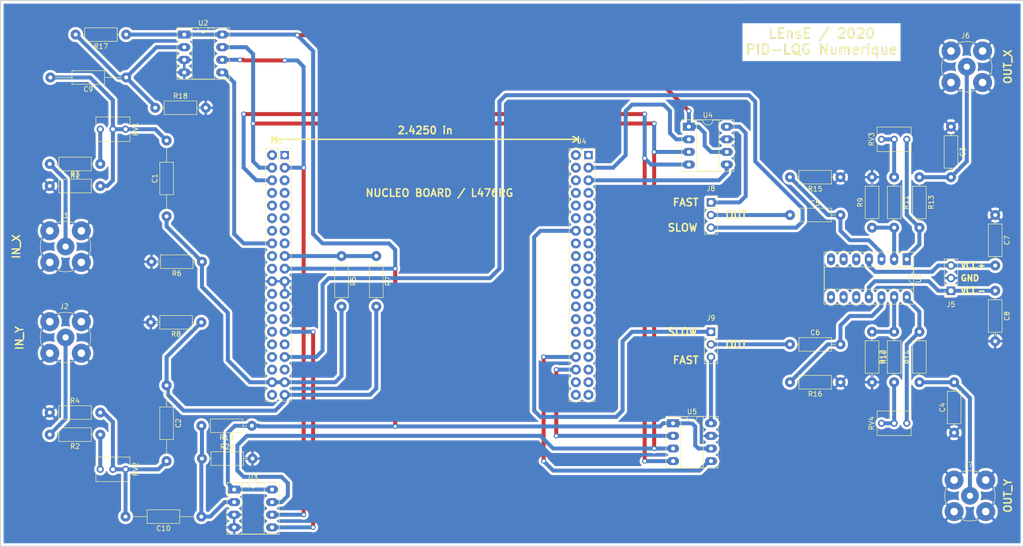
<source format=kicad_pcb>
(kicad_pcb (version 20171130) (host pcbnew "(5.1.6)-1")
  (layers (0 F.Cu signal) (31 B.Cu signal) (34 B.Paste user) (35 F.Paste user) (36 B.SilkS user) (37 F.SilkS user) (38 B.Mask user) (39 F.Mask user) (44 Edge.Cuts user))
  (net 0 "")
  (net 1 V_IN_X)
  (net 2 V_IN_Y)
  (net 3 "Net-(C3-Pad2)")
  (net 4 GND)
  (net 5 "Net-(C4-Pad2)")
  (net 6 "Net-(C5-Pad1)")
  (net 7 "Net-(C5-Pad2)")
  (net 8 "Net-(C6-Pad1)")
  (net 9 "Net-(C6-Pad2)")
  (net 10 VCC+)
  (net 11 VCC-)
  (net 12 "Net-(J1-Pad1)")
  (net 13 "Net-(J2-Pad1)")
  (net 14 "Net-(J3-Pad1)")
  (net 15 "Net-(J3-Pad2)")
  (net 16 SCK)
  (net 17 MISO)
  (net 18 MOSI)
  (net 19 "Net-(J3-Pad7)")
  (net 20 "Net-(J3-Pad8)")
  (net 21 "Net-(J3-Pad9)")
  (net 22 "Net-(J3-Pad10)")
  (net 23 "Net-(J3-Pad11)")
  (net 24 "Net-(J3-Pad12)")
  (net 25 "Net-(J3-Pad13)")
  (net 26 "Net-(J3-Pad14)")
  (net 27 CS_ADC1)
  (net 28 CS_ADC2)
  (net 29 3.3V)
  (net 30 5V)
  (net 31 "Net-(J3-Pad25)")
  (net 32 "Net-(J3-Pad26)")
  (net 33 "Net-(J3-Pad27)")
  (net 34 "Net-(J3-Pad28)")
  (net 35 "Net-(J3-Pad30)")
  (net 36 "Net-(J3-Pad31)")
  (net 37 "Net-(J3-Pad32)")
  (net 38 V_OUT_X)
  (net 39 "Net-(J3-Pad35)")
  (net 40 "Net-(J3-Pad36)")
  (net 41 "Net-(J4-Pad40)")
  (net 42 "Net-(J4-Pad39)")
  (net 43 "Net-(J4-Pad38)")
  (net 44 "Net-(J4-Pad37)")
  (net 45 "Net-(J4-Pad35)")
  (net 46 "Net-(J4-Pad33)")
  (net 47 "Net-(J4-Pad32)")
  (net 48 "Net-(J4-Pad31)")
  (net 49 "Net-(J4-Pad30)")
  (net 50 "Net-(J4-Pad29)")
  (net 51 "Net-(J4-Pad28)")
  (net 52 "Net-(J4-Pad27)")
  (net 53 "Net-(J4-Pad26)")
  (net 54 "Net-(J4-Pad25)")
  (net 55 "Net-(J4-Pad24)")
  (net 56 "Net-(J4-Pad23)")
  (net 57 "Net-(J4-Pad22)")
  (net 58 "Net-(J4-Pad21)")
  (net 59 "Net-(J4-Pad20)")
  (net 60 "Net-(J4-Pad19)")
  (net 61 "Net-(J4-Pad18)")
  (net 62 "Net-(J4-Pad17)")
  (net 63 "Net-(J4-Pad16)")
  (net 64 "Net-(J4-Pad15)")
  (net 65 V_OUT_Y)
  (net 66 "Net-(J4-Pad12)")
  (net 67 "Net-(J4-Pad11)")
  (net 68 "Net-(J4-Pad10)")
  (net 69 "Net-(J4-Pad9)")
  (net 70 "Net-(J4-Pad8)")
  (net 71 "Net-(J4-Pad7)")
  (net 72 LDAC1)
  (net 73 CS_DAC2)
  (net 74 CS_DAC1)
  (net 75 LDAC2)
  (net 76 "Net-(J4-Pad2)")
  (net 77 "Net-(J4-Pad1)")
  (net 78 V_OUT_X_DAC)
  (net 79 V_OUT_Y_DAC)
  (net 80 "Net-(R1-Pad1)")
  (net 81 "Net-(R2-Pad1)")
  (net 82 "Net-(R11-Pad2)")
  (net 83 "Net-(R10-Pad1)")
  (net 84 "Net-(R11-Pad1)")
  (net 85 "Net-(R12-Pad1)")
  (net 86 "Net-(R13-Pad2)")
  (net 87 "Net-(R14-Pad2)")
  (net 88 V_IN_X_5)
  (net 89 "Net-(C9-Pad1)")
  (net 90 "Net-(C10-Pad1)")
  (net 91 V_IN_Y_5)
  (net 92 "Net-(J3-Pad5)")
  (net 93 "Net-(J3-Pad15)")
  (net 94 "Net-(J3-Pad20)")
  (net 95 "Net-(J3-Pad24)")
  (net 96 "Net-(J3-Pad34)")
  (net 97 "Net-(J3-Pad40)")
  (net 98 "Net-(J4-Pad13)")
  (net 99 "Net-(J4-Pad6)")
  (net 100 "Net-(J4-Pad4)")
  (net 101 "Net-(J3-Pad18)")
  (module Resistor_THT:R_Axial_DIN0207_L6.3mm_D2.5mm_P10.16mm_Horizontal (layer F.Cu) (at 247.65 90.17 270)
    (fp_text reference C3 (at 5.08 -2.37 270) (layer F.SilkS))
    (fp_text value Cf)
    (pad 2 thru_hole oval (at 10.16 0 270) (size 2 2) (drill 0.8) (layers *.Cu *.Mask) (net 3 "Net-(C3-Pad2)"))
    (pad 1 thru_hole circle (at 0 0 270) (size 2 2) (drill 0.8) (layers *.Cu *.Mask) (net 4 GND))
  )
  (module Resistor_THT:R_Axial_DIN0207_L6.3mm_D2.5mm_P10.16mm_Horizontal (layer F.Cu) (at 248.285 151.765 90)
    (fp_text reference C4 (at 5.08 -2.37 90) (layer F.SilkS))
    (fp_text value Cf)
    (pad 1 thru_hole circle (at 0 0 90) (size 2 2) (drill 0.8) (layers *.Cu *.Mask) (net 4 GND))
    (pad 2 thru_hole oval (at 10.16 0 90) (size 2 2) (drill 0.8) (layers *.Cu *.Mask) (net 5 "Net-(C4-Pad2)"))
  )
  (module Resistor_THT:R_Axial_DIN0207_L6.3mm_D2.5mm_P10.16mm_Horizontal (layer F.Cu) (at 215.265 107.95)
    (fp_text reference C5 (at 5.08 -2.37) (layer F.SilkS))
    (fp_text value CfHP)
    (pad 1 thru_hole circle (at 0 0) (size 2 2) (drill 0.8) (layers *.Cu *.Mask) (net 6 "Net-(C5-Pad1)"))
    (pad 2 thru_hole oval (at 10.16 0) (size 2 2) (drill 0.8) (layers *.Cu *.Mask) (net 7 "Net-(C5-Pad2)"))
  )
  (module Resistor_THT:R_Axial_DIN0207_L6.3mm_D2.5mm_P10.16mm_Horizontal (layer F.Cu) (at 215.265 133.985)
    (fp_text reference C6 (at 5.08 -2.37) (layer F.SilkS))
    (fp_text value CfHP)
    (pad 1 thru_hole circle (at 0 0) (size 2 2) (drill 0.8) (layers *.Cu *.Mask) (net 8 "Net-(C6-Pad1)"))
    (pad 2 thru_hole oval (at 10.16 0) (size 2 2) (drill 0.8) (layers *.Cu *.Mask) (net 9 "Net-(C6-Pad2)"))
  )
  (module Resistor_THT:R_Axial_DIN0207_L6.3mm_D2.5mm_P10.16mm_Horizontal (layer F.Cu) (at 256.54 107.95 270)
    (fp_text reference C7 (at 5.08 -2.37 270) (layer F.SilkS))
    (fp_text value 100n)
    (pad 2 thru_hole oval (at 10.16 0 270) (size 2 2) (drill 0.8) (layers *.Cu *.Mask) (net 10 VCC+))
    (pad 1 thru_hole circle (at 0 0 270) (size 2 2) (drill 0.8) (layers *.Cu *.Mask) (net 4 GND))
  )
  (module Resistor_THT:R_Axial_DIN0207_L6.3mm_D2.5mm_P10.16mm_Horizontal (layer F.Cu) (at 256.54 123.19 270)
    (fp_text reference C8 (at 5.08 -2.37 270) (layer F.SilkS))
    (fp_text value 100n)
    (pad 1 thru_hole circle (at 0 0 270) (size 2 2) (drill 0.8) (layers *.Cu *.Mask) (net 11 VCC-))
    (pad 2 thru_hole oval (at 10.16 0 270) (size 2 2) (drill 0.8) (layers *.Cu *.Mask) (net 4 GND))
  )
  (module Connector_Coaxial:BNC_TEConnectivity_1478204_Vertical (layer F.Cu) (at 69.596 114.3)
    (fp_text reference J1 (at -0.25 -6.25) (layer F.SilkS))
    (fp_text value IN_X)
    (pad 2 thru_hole circle (at -3.175 -3.175) (size 3.81 3.81) (drill 1.524) (layers *.Cu *.Mask) (net 4 GND))
    (pad 1 thru_hole circle (at 0 0) (size 3.556 3.556) (drill 1.27) (layers *.Cu *.Mask) (net 12 "Net-(J1-Pad1)"))
    (pad 2 thru_hole circle (at 3.175 -3.175) (size 3.81 3.81) (drill 1.524) (layers *.Cu *.Mask) (net 4 GND))
    (pad 2 thru_hole circle (at -3.175 3.175) (size 3.81 3.81) (drill 1.524) (layers *.Cu *.Mask) (net 4 GND))
    (pad 2 thru_hole circle (at 3.175 3.175) (size 3.81 3.81) (drill 1.524) (layers *.Cu *.Mask) (net 4 GND))
  )
  (module Connector_Coaxial:BNC_TEConnectivity_1478204_Vertical (layer F.Cu) (at 69.596 132.588)
    (fp_text reference J2 (at -0.25 -6.25) (layer F.SilkS))
    (fp_text value IN_Y)
    (pad 2 thru_hole circle (at 3.175 3.175) (size 3.81 3.81) (drill 1.524) (layers *.Cu *.Mask) (net 4 GND))
    (pad 2 thru_hole circle (at -3.175 3.175) (size 3.81 3.81) (drill 1.524) (layers *.Cu *.Mask) (net 4 GND))
    (pad 2 thru_hole circle (at 3.175 -3.175) (size 3.81 3.81) (drill 1.524) (layers *.Cu *.Mask) (net 4 GND))
    (pad 1 thru_hole circle (at 0 0) (size 3.556 3.556) (drill 1.27) (layers *.Cu *.Mask) (net 13 "Net-(J2-Pad1)"))
    (pad 2 thru_hole circle (at -3.175 -3.175) (size 3.81 3.81) (drill 1.524) (layers *.Cu *.Mask) (net 4 GND))
  )
  (module Connector_PinSocket_2.54mm:PinSocket_2x20_P2.54mm_Vertical (layer F.Cu) (at 113.665 95.885)
    (fp_text reference J3 (at -1.27 -2.77) (layer F.SilkS))
    (fp_text value MORPHO_GAUCHE)
    (pad 1 thru_hole rect (at 0 0) (size 1.7 1.7) (drill 1) (layers *.Cu *.Mask) (net 14 "Net-(J3-Pad1)"))
    (pad 2 thru_hole oval (at -2.54 0) (size 2 2) (drill 1) (layers *.Cu *.Mask) (net 15 "Net-(J3-Pad2)"))
    (pad 3 thru_hole oval (at 0 2.54) (size 2 2) (drill 1) (layers *.Cu *.Mask) (net 17 MISO))
    (pad 4 thru_hole oval (at -2.54 2.54) (size 2 2) (drill 1) (layers *.Cu *.Mask) (net 16 SCK))
    (pad 5 thru_hole oval (at 0 5.08) (size 2 2) (drill 1) (layers *.Cu *.Mask) (net 92 "Net-(J3-Pad5)"))
    (pad 6 thru_hole oval (at -2.54 5.08) (size 2 2) (drill 1) (layers *.Cu *.Mask) (net 18 MOSI))
    (pad 7 thru_hole oval (at 0 7.62) (size 2 2) (drill 1) (layers *.Cu *.Mask) (net 19 "Net-(J3-Pad7)"))
    (pad 8 thru_hole oval (at -2.54 7.62) (size 2 2) (drill 1) (layers *.Cu *.Mask) (net 20 "Net-(J3-Pad8)"))
    (pad 9 thru_hole oval (at 0 10.16) (size 2 2) (drill 1) (layers *.Cu *.Mask) (net 21 "Net-(J3-Pad9)"))
    (pad 10 thru_hole oval (at -2.54 10.16) (size 2 2) (drill 1) (layers *.Cu *.Mask) (net 22 "Net-(J3-Pad10)"))
    (pad 11 thru_hole oval (at 0 12.7) (size 2 2) (drill 1) (layers *.Cu *.Mask) (net 23 "Net-(J3-Pad11)"))
    (pad 12 thru_hole oval (at -2.54 12.7) (size 2 2) (drill 1) (layers *.Cu *.Mask) (net 24 "Net-(J3-Pad12)"))
    (pad 13 thru_hole oval (at 0 15.24) (size 2 2) (drill 1) (layers *.Cu *.Mask) (net 25 "Net-(J3-Pad13)"))
    (pad 14 thru_hole oval (at -2.54 15.24) (size 2 2) (drill 1) (layers *.Cu *.Mask) (net 26 "Net-(J3-Pad14)"))
    (pad 15 thru_hole oval (at 0 17.78) (size 2 2) (drill 1) (layers *.Cu *.Mask) (net 93 "Net-(J3-Pad15)"))
    (pad 16 thru_hole oval (at -2.54 17.78) (size 2 2) (drill 1) (layers *.Cu *.Mask) (net 27 CS_ADC1))
    (pad 17 thru_hole oval (at 0 20.32) (size 2 2) (drill 1) (layers *.Cu *.Mask) (net 29 3.3V))
    (pad 18 thru_hole oval (at -2.54 20.32) (size 2 2) (drill 1) (layers *.Cu *.Mask) (net 101 "Net-(J3-Pad18)"))
    (pad 19 thru_hole oval (at 0 22.86) (size 2 2) (drill 1) (layers *.Cu *.Mask) (net 30 5V))
    (pad 20 thru_hole oval (at -2.54 22.86) (size 2 2) (drill 1) (layers *.Cu *.Mask) (net 94 "Net-(J3-Pad20)"))
    (pad 21 thru_hole oval (at 0 25.4) (size 2 2) (drill 1) (layers *.Cu *.Mask) (net 4 GND))
    (pad 22 thru_hole oval (at -2.54 25.4) (size 2 2) (drill 1) (layers *.Cu *.Mask) (net 4 GND))
    (pad 23 thru_hole oval (at 0 27.94) (size 2 2) (drill 1) (layers *.Cu *.Mask) (net 4 GND))
    (pad 24 thru_hole oval (at -2.54 27.94) (size 2 2) (drill 1) (layers *.Cu *.Mask) (net 95 "Net-(J3-Pad24)"))
    (pad 25 thru_hole oval (at 0 30.48) (size 2 2) (drill 1) (layers *.Cu *.Mask) (net 31 "Net-(J3-Pad25)"))
    (pad 26 thru_hole oval (at -2.54 30.48) (size 2 2) (drill 1) (layers *.Cu *.Mask) (net 32 "Net-(J3-Pad26)"))
    (pad 27 thru_hole oval (at 0 33.02) (size 2 2) (drill 1) (layers *.Cu *.Mask) (net 33 "Net-(J3-Pad27)"))
    (pad 28 thru_hole oval (at -2.54 33.02) (size 2 2) (drill 1) (layers *.Cu *.Mask) (net 34 "Net-(J3-Pad28)"))
    (pad 29 thru_hole oval (at 0 35.56) (size 2 2) (drill 1) (layers *.Cu *.Mask) (net 28 CS_ADC2))
    (pad 30 thru_hole oval (at -2.54 35.56) (size 2 2) (drill 1) (layers *.Cu *.Mask) (net 35 "Net-(J3-Pad30)"))
    (pad 31 thru_hole oval (at 0 38.1) (size 2 2) (drill 1) (layers *.Cu *.Mask) (net 36 "Net-(J3-Pad31)"))
    (pad 32 thru_hole oval (at -2.54 38.1) (size 2 2) (drill 1) (layers *.Cu *.Mask) (net 37 "Net-(J3-Pad32)"))
    (pad 33 thru_hole oval (at 0 40.64) (size 2 2) (drill 1) (layers *.Cu *.Mask) (net 38 V_OUT_X))
    (pad 34 thru_hole oval (at -2.54 40.64) (size 2 2) (drill 1) (layers *.Cu *.Mask) (net 96 "Net-(J3-Pad34)"))
    (pad 35 thru_hole oval (at 0 43.18) (size 2 2) (drill 1) (layers *.Cu *.Mask) (net 39 "Net-(J3-Pad35)"))
    (pad 36 thru_hole oval (at -2.54 43.18) (size 2 2) (drill 1) (layers *.Cu *.Mask) (net 40 "Net-(J3-Pad36)"))
    (pad 37 thru_hole oval (at 0 45.72) (size 2 2) (drill 1) (layers *.Cu *.Mask) (net 1 V_IN_X))
    (pad 38 thru_hole oval (at -2.54 45.72) (size 2 2) (drill 1) (layers *.Cu *.Mask) (net 1 V_IN_X))
    (pad 39 thru_hole oval (at 0 48.26) (size 2 2) (drill 1) (layers *.Cu *.Mask) (net 2 V_IN_Y))
    (pad 40 thru_hole oval (at -2.54 48.26) (size 2 2) (drill 1) (layers *.Cu *.Mask) (net 97 "Net-(J3-Pad40)"))
  )
  (module Connector_PinSocket_2.54mm:PinSocket_2x20_P2.54mm_Vertical (layer F.Cu) (at 174.752 95.885)
    (fp_text reference J4 (at -1.27 -2.77) (layer F.SilkS))
    (fp_text value MORPHO_DROITE)
    (pad 40 thru_hole oval (at -2.54 48.26) (size 2 2) (drill 1) (layers *.Cu *.Mask) (net 41 "Net-(J4-Pad40)"))
    (pad 39 thru_hole oval (at 0 48.26) (size 2 2) (drill 1) (layers *.Cu *.Mask) (net 42 "Net-(J4-Pad39)"))
    (pad 38 thru_hole oval (at -2.54 45.72) (size 2 2) (drill 1) (layers *.Cu *.Mask) (net 43 "Net-(J4-Pad38)"))
    (pad 37 thru_hole oval (at 0 45.72) (size 2 2) (drill 1) (layers *.Cu *.Mask) (net 44 "Net-(J4-Pad37)"))
    (pad 36 thru_hole oval (at -2.54 43.18) (size 2 2) (drill 1) (layers *.Cu *.Mask) (net 73 CS_DAC2))
    (pad 35 thru_hole oval (at 0 43.18) (size 2 2) (drill 1) (layers *.Cu *.Mask) (net 45 "Net-(J4-Pad35)"))
    (pad 34 thru_hole oval (at -2.54 40.64) (size 2 2) (drill 1) (layers *.Cu *.Mask) (net 75 LDAC2))
    (pad 33 thru_hole oval (at 0 40.64) (size 2 2) (drill 1) (layers *.Cu *.Mask) (net 46 "Net-(J4-Pad33)"))
    (pad 32 thru_hole oval (at -2.54 38.1) (size 2 2) (drill 1) (layers *.Cu *.Mask) (net 47 "Net-(J4-Pad32)"))
    (pad 31 thru_hole oval (at 0 38.1) (size 2 2) (drill 1) (layers *.Cu *.Mask) (net 48 "Net-(J4-Pad31)"))
    (pad 30 thru_hole oval (at -2.54 35.56) (size 2 2) (drill 1) (layers *.Cu *.Mask) (net 49 "Net-(J4-Pad30)"))
    (pad 29 thru_hole oval (at 0 35.56) (size 2 2) (drill 1) (layers *.Cu *.Mask) (net 50 "Net-(J4-Pad29)"))
    (pad 28 thru_hole oval (at -2.54 33.02) (size 2 2) (drill 1) (layers *.Cu *.Mask) (net 51 "Net-(J4-Pad28)"))
    (pad 27 thru_hole oval (at 0 33.02) (size 2 2) (drill 1) (layers *.Cu *.Mask) (net 52 "Net-(J4-Pad27)"))
    (pad 26 thru_hole oval (at -2.54 30.48) (size 2 2) (drill 1) (layers *.Cu *.Mask) (net 53 "Net-(J4-Pad26)"))
    (pad 25 thru_hole oval (at 0 30.48) (size 2 2) (drill 1) (layers *.Cu *.Mask) (net 54 "Net-(J4-Pad25)"))
    (pad 24 thru_hole oval (at -2.54 27.94) (size 2 2) (drill 1) (layers *.Cu *.Mask) (net 55 "Net-(J4-Pad24)"))
    (pad 23 thru_hole oval (at 0 27.94) (size 2 2) (drill 1) (layers *.Cu *.Mask) (net 56 "Net-(J4-Pad23)"))
    (pad 22 thru_hole oval (at -2.54 25.4) (size 2 2) (drill 1) (layers *.Cu *.Mask) (net 57 "Net-(J4-Pad22)"))
    (pad 21 thru_hole oval (at 0 25.4) (size 2 2) (drill 1) (layers *.Cu *.Mask) (net 58 "Net-(J4-Pad21)"))
    (pad 20 thru_hole oval (at -2.54 22.86) (size 2 2) (drill 1) (layers *.Cu *.Mask) (net 59 "Net-(J4-Pad20)"))
    (pad 19 thru_hole oval (at 0 22.86) (size 2 2) (drill 1) (layers *.Cu *.Mask) (net 60 "Net-(J4-Pad19)"))
    (pad 18 thru_hole oval (at -2.54 20.32) (size 2 2) (drill 1) (layers *.Cu *.Mask) (net 61 "Net-(J4-Pad18)"))
    (pad 17 thru_hole oval (at 0 20.32) (size 2 2) (drill 1) (layers *.Cu *.Mask) (net 62 "Net-(J4-Pad17)"))
    (pad 16 thru_hole oval (at -2.54 17.78) (size 2 2) (drill 1) (layers *.Cu *.Mask) (net 63 "Net-(J4-Pad16)"))
    (pad 15 thru_hole oval (at 0 17.78) (size 2 2) (drill 1) (layers *.Cu *.Mask) (net 64 "Net-(J4-Pad15)"))
    (pad 14 thru_hole oval (at -2.54 15.24) (size 2 2) (drill 1) (layers *.Cu *.Mask) (net 65 V_OUT_Y))
    (pad 13 thru_hole oval (at 0 15.24) (size 2 2) (drill 1) (layers *.Cu *.Mask) (net 98 "Net-(J4-Pad13)"))
    (pad 12 thru_hole oval (at -2.54 12.7) (size 2 2) (drill 1) (layers *.Cu *.Mask) (net 66 "Net-(J4-Pad12)"))
    (pad 11 thru_hole oval (at 0 12.7) (size 2 2) (drill 1) (layers *.Cu *.Mask) (net 67 "Net-(J4-Pad11)"))
    (pad 10 thru_hole oval (at -2.54 10.16) (size 2 2) (drill 1) (layers *.Cu *.Mask) (net 68 "Net-(J4-Pad10)"))
    (pad 9 thru_hole oval (at 0 10.16) (size 2 2) (drill 1) (layers *.Cu *.Mask) (net 69 "Net-(J4-Pad9)"))
    (pad 8 thru_hole oval (at -2.54 7.62) (size 2 2) (drill 1) (layers *.Cu *.Mask) (net 70 "Net-(J4-Pad8)"))
    (pad 7 thru_hole oval (at 0 7.62) (size 2 2) (drill 1) (layers *.Cu *.Mask) (net 71 "Net-(J4-Pad7)"))
    (pad 6 thru_hole oval (at -2.54 5.08) (size 2 2) (drill 1) (layers *.Cu *.Mask) (net 99 "Net-(J4-Pad6)"))
    (pad 5 thru_hole oval (at 0 5.08) (size 2 2) (drill 1) (layers *.Cu *.Mask) (net 72 LDAC1))
    (pad 4 thru_hole oval (at -2.54 2.54) (size 2 2) (drill 1) (layers *.Cu *.Mask) (net 100 "Net-(J4-Pad4)"))
    (pad 3 thru_hole oval (at 0 2.54) (size 2 2) (drill 1) (layers *.Cu *.Mask) (net 74 CS_DAC1))
    (pad 2 thru_hole oval (at -2.54 0) (size 2 2) (drill 1) (layers *.Cu *.Mask) (net 76 "Net-(J4-Pad2)"))
    (pad 1 thru_hole rect (at 0 0) (size 1.7 1.7) (drill 1) (layers *.Cu *.Mask) (net 77 "Net-(J4-Pad1)"))
  )
  (module Connector_PinSocket_2.54mm:PinSocket_1x03_P2.54mm_Vertical (layer F.Cu) (at 247.65 123.19 180)
    (fp_text reference J5 (at 0 -2.77 180) (layer F.SilkS))
    (fp_text value ALIM)
    (pad 1 thru_hole rect (at 0 0 180) (size 1.7 1.7) (drill 1) (layers *.Cu *.Mask) (net 11 VCC-))
    (pad 2 thru_hole oval (at 0 2.54 180) (size 1.7 1.7) (drill 1) (layers *.Cu *.Mask) (net 4 GND))
    (pad 3 thru_hole oval (at 0 5.08 180) (size 1.7 1.7) (drill 1) (layers *.Cu *.Mask) (net 10 VCC+))
  )
  (module Connector_Coaxial:BNC_TEConnectivity_1478204_Vertical (layer F.Cu) (at 250.825 78.105)
    (fp_text reference J6 (at -0.25 -6.25) (layer F.SilkS))
    (fp_text value OUT_X)
    (pad 2 thru_hole circle (at -3.175 -3.175) (size 3.81 3.81) (drill 1.524) (layers *.Cu *.Mask) (net 4 GND))
    (pad 1 thru_hole circle (at 0 0) (size 3.556 3.556) (drill 1.27) (layers *.Cu *.Mask) (net 3 "Net-(C3-Pad2)"))
    (pad 2 thru_hole circle (at 3.175 -3.175) (size 3.81 3.81) (drill 1.524) (layers *.Cu *.Mask) (net 4 GND))
    (pad 2 thru_hole circle (at -3.175 3.175) (size 3.81 3.81) (drill 1.524) (layers *.Cu *.Mask) (net 4 GND))
    (pad 2 thru_hole circle (at 3.175 3.175) (size 3.81 3.81) (drill 1.524) (layers *.Cu *.Mask) (net 4 GND))
  )
  (module Connector_Coaxial:BNC_TEConnectivity_1478204_Vertical (layer F.Cu) (at 251.46 164.465)
    (fp_text reference J7 (at -0.25 -6.25) (layer F.SilkS))
    (fp_text value OUT_Y)
    (pad 2 thru_hole circle (at 3.175 3.175) (size 3.81 3.81) (drill 1.524) (layers *.Cu *.Mask) (net 4 GND))
    (pad 2 thru_hole circle (at -3.175 3.175) (size 3.81 3.81) (drill 1.524) (layers *.Cu *.Mask) (net 4 GND))
    (pad 2 thru_hole circle (at 3.175 -3.175) (size 3.81 3.81) (drill 1.524) (layers *.Cu *.Mask) (net 4 GND))
    (pad 1 thru_hole circle (at 0 0) (size 3.556 3.556) (drill 1.27) (layers *.Cu *.Mask) (net 5 "Net-(C4-Pad2)"))
    (pad 2 thru_hole circle (at -3.175 -3.175) (size 3.81 3.81) (drill 1.524) (layers *.Cu *.Mask) (net 4 GND))
  )
  (module Connector_PinSocket_2.54mm:PinSocket_1x03_P2.54mm_Vertical (layer F.Cu) (at 199.39 105.41)
    (fp_text reference J8 (at 0 -2.77) (layer F.SilkS))
    (fp_text value Conn_01x03)
    (pad 3 thru_hole oval (at 0 5.08) (size 1.7 1.7) (drill 1) (layers *.Cu *.Mask) (net 38 V_OUT_X))
    (pad 2 thru_hole oval (at 0 2.54) (size 1.7 1.7) (drill 1) (layers *.Cu *.Mask) (net 6 "Net-(C5-Pad1)"))
    (pad 1 thru_hole rect (at 0 0) (size 1.7 1.7) (drill 1) (layers *.Cu *.Mask) (net 78 V_OUT_X_DAC))
  )
  (module Connector_PinSocket_2.54mm:PinSocket_1x03_P2.54mm_Vertical (layer F.Cu) (at 199.39 131.445)
    (fp_text reference J9 (at 0 -2.77) (layer F.SilkS))
    (fp_text value Conn_01x03)
    (pad 1 thru_hole rect (at 0 0) (size 1.7 1.7) (drill 1) (layers *.Cu *.Mask) (net 65 V_OUT_Y))
    (pad 2 thru_hole oval (at 0 2.54) (size 1.7 1.7) (drill 1) (layers *.Cu *.Mask) (net 8 "Net-(C6-Pad1)"))
    (pad 3 thru_hole oval (at 0 5.08) (size 1.7 1.7) (drill 1) (layers *.Cu *.Mask) (net 79 V_OUT_Y_DAC))
  )
  (module Resistor_THT:R_Axial_DIN0207_L6.3mm_D2.5mm_P10.16mm_Horizontal (layer F.Cu) (at 76.581 97.663 180)
    (fp_text reference R1 (at 5.08 -2.37 180) (layer F.SilkS))
    (fp_text value 18k)
    (pad 1 thru_hole circle (at 0 0 180) (size 2 2) (drill 0.8) (layers *.Cu *.Mask) (net 80 "Net-(R1-Pad1)"))
    (pad 2 thru_hole oval (at 10.16 0 180) (size 2 2) (drill 0.8) (layers *.Cu *.Mask) (net 12 "Net-(J1-Pad1)"))
  )
  (module Resistor_THT:R_Axial_DIN0207_L6.3mm_D2.5mm_P10.16mm_Horizontal (layer F.Cu) (at 76.581 152.146 180)
    (fp_text reference R2 (at 5.08 -2.37 180) (layer F.SilkS))
    (fp_text value 18k)
    (pad 2 thru_hole oval (at 10.16 0 180) (size 2 2) (drill 0.8) (layers *.Cu *.Mask) (net 13 "Net-(J2-Pad1)"))
    (pad 1 thru_hole circle (at 0 0 180) (size 2 2) (drill 0.8) (layers *.Cu *.Mask) (net 81 "Net-(R2-Pad1)"))
  )
  (module Resistor_THT:R_Axial_DIN0207_L6.3mm_D2.5mm_P10.16mm_Horizontal (layer F.Cu) (at 66.421 102.108)
    (fp_text reference R3 (at 5.08 -2.37) (layer F.SilkS))
    (fp_text value 6.8k)
    (pad 1 thru_hole circle (at 0 0) (size 2 2) (drill 0.8) (layers *.Cu *.Mask) (net 4 GND))
    (pad 2 thru_hole oval (at 10.16 0) (size 2 2) (drill 0.8) (layers *.Cu *.Mask) (net 88 V_IN_X_5))
  )
  (module Resistor_THT:R_Axial_DIN0207_L6.3mm_D2.5mm_P10.16mm_Horizontal (layer F.Cu) (at 66.421 147.701)
    (fp_text reference R4 (at 5.08 -2.37) (layer F.SilkS))
    (fp_text value 6.8k)
    (pad 1 thru_hole circle (at 0 0) (size 2 2) (drill 0.8) (layers *.Cu *.Mask) (net 4 GND))
    (pad 2 thru_hole oval (at 10.16 0) (size 2 2) (drill 0.8) (layers *.Cu *.Mask) (net 91 V_IN_Y_5))
  )
  (module Resistor_THT:R_Axial_DIN0207_L6.3mm_D2.5mm_P10.16mm_Horizontal (layer F.Cu) (at 125.095 116.205 270)
    (fp_text reference R5 (at 5.08 -2.37 270) (layer F.SilkS))
    (fp_text value 100k)
    (pad 2 thru_hole oval (at 10.16 0 270) (size 2 2) (drill 0.8) (layers *.Cu *.Mask) (net 1 V_IN_X))
    (pad 1 thru_hole circle (at 0 0 270) (size 2 2) (drill 0.8) (layers *.Cu *.Mask) (net 29 3.3V))
  )
  (module Resistor_THT:R_Axial_DIN0207_L6.3mm_D2.5mm_P10.16mm_Horizontal (layer F.Cu) (at 97.028 117.348 180)
    (fp_text reference R6 (at 5.08 -2.37 180) (layer F.SilkS))
    (fp_text value 100k)
    (pad 2 thru_hole oval (at 10.16 0 180) (size 2 2) (drill 0.8) (layers *.Cu *.Mask) (net 4 GND))
    (pad 1 thru_hole circle (at 0 0 180) (size 2 2) (drill 0.8) (layers *.Cu *.Mask) (net 1 V_IN_X))
  )
  (module Resistor_THT:R_Axial_DIN0207_L6.3mm_D2.5mm_P10.16mm_Horizontal (layer F.Cu) (at 132.08 116.205 270)
    (fp_text reference R7 (at 5.08 -2.37 270) (layer F.SilkS))
    (fp_text value 100k)
    (pad 1 thru_hole circle (at 0 0 270) (size 2 2) (drill 0.8) (layers *.Cu *.Mask) (net 29 3.3V))
    (pad 2 thru_hole oval (at 10.16 0 270) (size 2 2) (drill 0.8) (layers *.Cu *.Mask) (net 2 V_IN_Y))
  )
  (module Resistor_THT:R_Axial_DIN0207_L6.3mm_D2.5mm_P10.16mm_Horizontal (layer F.Cu) (at 96.901 129.54 180)
    (fp_text reference R8 (at 5.08 -2.37 180) (layer F.SilkS))
    (fp_text value 100k)
    (pad 2 thru_hole oval (at 10.16 0 180) (size 2 2) (drill 0.8) (layers *.Cu *.Mask) (net 4 GND))
    (pad 1 thru_hole circle (at 0 0 180) (size 2 2) (drill 0.8) (layers *.Cu *.Mask) (net 2 V_IN_Y))
  )
  (module Resistor_THT:R_Axial_DIN0207_L6.3mm_D2.5mm_P10.16mm_Horizontal (layer F.Cu) (at 231.775 110.49 90)
    (fp_text reference R9 (at 5.08 -2.37 90) (layer F.SilkS))
    (fp_text value 10k)
    (pad 2 thru_hole oval (at 10.16 0 90) (size 2 2) (drill 0.8) (layers *.Cu *.Mask) (net 4 GND))
    (pad 1 thru_hole circle (at 0 0 90) (size 2 2) (drill 0.8) (layers *.Cu *.Mask) (net 82 "Net-(R11-Pad2)"))
  )
  (module Resistor_THT:R_Axial_DIN0207_L6.3mm_D2.5mm_P10.16mm_Horizontal (layer F.Cu) (at 231.775 131.445 270)
    (fp_text reference R10 (at 5.08 -2.37 270) (layer F.SilkS))
    (fp_text value 10k)
    (pad 2 thru_hole oval (at 10.16 0 270) (size 2 2) (drill 0.8) (layers *.Cu *.Mask) (net 4 GND))
    (pad 1 thru_hole circle (at 0 0 270) (size 2 2) (drill 0.8) (layers *.Cu *.Mask) (net 83 "Net-(R10-Pad1)"))
  )
  (module Resistor_THT:R_Axial_DIN0207_L6.3mm_D2.5mm_P10.16mm_Horizontal (layer F.Cu) (at 236.22 100.33 270)
    (fp_text reference R11 (at 5.08 -2.37 270) (layer F.SilkS))
    (fp_text value 47k)
    (pad 1 thru_hole circle (at 0 0 270) (size 2 2) (drill 0.8) (layers *.Cu *.Mask) (net 84 "Net-(R11-Pad1)"))
    (pad 2 thru_hole oval (at 10.16 0 270) (size 2 2) (drill 0.8) (layers *.Cu *.Mask) (net 82 "Net-(R11-Pad2)"))
  )
  (module Resistor_THT:R_Axial_DIN0207_L6.3mm_D2.5mm_P10.16mm_Horizontal (layer F.Cu) (at 236.22 141.605 90)
    (fp_text reference R12 (at 5.08 -2.37 90) (layer F.SilkS))
    (fp_text value 47k)
    (pad 1 thru_hole circle (at 0 0 90) (size 2 2) (drill 0.8) (layers *.Cu *.Mask) (net 85 "Net-(R12-Pad1)"))
    (pad 2 thru_hole oval (at 10.16 0 90) (size 2 2) (drill 0.8) (layers *.Cu *.Mask) (net 83 "Net-(R10-Pad1)"))
  )
  (module Resistor_THT:R_Axial_DIN0207_L6.3mm_D2.5mm_P10.16mm_Horizontal (layer F.Cu) (at 241.3 100.33 270)
    (fp_text reference R13 (at 5.08 -2.37 270) (layer F.SilkS))
    (fp_text value Rf)
    (pad 2 thru_hole oval (at 10.16 0 270) (size 2 2) (drill 0.8) (layers *.Cu *.Mask) (net 86 "Net-(R13-Pad2)"))
    (pad 1 thru_hole circle (at 0 0 270) (size 2 2) (drill 0.8) (layers *.Cu *.Mask) (net 3 "Net-(C3-Pad2)"))
  )
  (module Resistor_THT:R_Axial_DIN0207_L6.3mm_D2.5mm_P10.16mm_Horizontal (layer F.Cu) (at 241.3 141.605 90)
    (fp_text reference R14 (at 5.08 -2.37 90) (layer F.SilkS))
    (fp_text value Rf)
    (pad 1 thru_hole circle (at 0 0 90) (size 2 2) (drill 0.8) (layers *.Cu *.Mask) (net 5 "Net-(C4-Pad2)"))
    (pad 2 thru_hole oval (at 10.16 0 90) (size 2 2) (drill 0.8) (layers *.Cu *.Mask) (net 87 "Net-(R14-Pad2)"))
  )
  (module Resistor_THT:R_Axial_DIN0207_L6.3mm_D2.5mm_P10.16mm_Horizontal (layer F.Cu) (at 225.425 100.33 180)
    (fp_text reference R15 (at 5.08 -2.37 180) (layer F.SilkS))
    (fp_text value RfHP)
    (pad 2 thru_hole oval (at 10.16 0 180) (size 2 2) (drill 0.8) (layers *.Cu *.Mask) (net 7 "Net-(C5-Pad2)"))
    (pad 1 thru_hole circle (at 0 0 180) (size 2 2) (drill 0.8) (layers *.Cu *.Mask) (net 4 GND))
  )
  (module Resistor_THT:R_Axial_DIN0207_L6.3mm_D2.5mm_P10.16mm_Horizontal (layer F.Cu) (at 225.425 141.605 180)
    (fp_text reference R16 (at 5.08 -2.37 180) (layer F.SilkS))
    (fp_text value RfHP)
    (pad 2 thru_hole oval (at 10.16 0 180) (size 2 2) (drill 0.8) (layers *.Cu *.Mask) (net 9 "Net-(C6-Pad2)"))
    (pad 1 thru_hole circle (at 0 0 180) (size 2 2) (drill 0.8) (layers *.Cu *.Mask) (net 4 GND))
  )
  (module Potentiometer_THT:Potentiometer_Vishay_T73XW_Horizontal (layer F.Cu) (at 81.661 90.678 270)
    (fp_text reference RV1 (at 0 -2.01 270) (layer F.SilkS))
    (fp_text value 10k)
    (pad 3 thru_hole circle (at 0 5.08 270) (size 1.44 1.44) (drill 0.8) (layers *.Cu *.Mask) (net 80 "Net-(R1-Pad1)"))
    (pad 2 thru_hole circle (at 0 2.54 270) (size 1.44 1.44) (drill 0.8) (layers *.Cu *.Mask) (net 88 V_IN_X_5))
    (pad 1 thru_hole circle (at 0 0 270) (size 1.44 1.44) (drill 0.8) (layers *.Cu *.Mask) (net 88 V_IN_X_5))
  )
  (module Potentiometer_THT:Potentiometer_Vishay_T73XW_Horizontal (layer F.Cu) (at 81.661 159.131 270)
    (fp_text reference RV2 (at 0 -2.01 270) (layer F.SilkS))
    (fp_text value 10k)
    (pad 1 thru_hole circle (at 0 0 270) (size 1.44 1.44) (drill 0.8) (layers *.Cu *.Mask) (net 91 V_IN_Y_5))
    (pad 2 thru_hole circle (at 0 2.54 270) (size 1.44 1.44) (drill 0.8) (layers *.Cu *.Mask) (net 91 V_IN_Y_5))
    (pad 3 thru_hole circle (at 0 5.08 270) (size 1.44 1.44) (drill 0.8) (layers *.Cu *.Mask) (net 81 "Net-(R2-Pad1)"))
  )
  (module Potentiometer_THT:Potentiometer_Vishay_T73XW_Horizontal (layer F.Cu) (at 233.68 92.71 90)
    (fp_text reference RV3 (at 0 -2.01 90) (layer F.SilkS))
    (fp_text value 10k)
    (pad 1 thru_hole circle (at 0 0 90) (size 1.44 1.44) (drill 0.8) (layers *.Cu *.Mask) (net 84 "Net-(R11-Pad1)"))
    (pad 2 thru_hole circle (at 0 2.54 90) (size 1.44 1.44) (drill 0.8) (layers *.Cu *.Mask) (net 84 "Net-(R11-Pad1)"))
    (pad 3 thru_hole circle (at 0 5.08 90) (size 1.44 1.44) (drill 0.8) (layers *.Cu *.Mask) (net 86 "Net-(R13-Pad2)"))
  )
  (module Potentiometer_THT:Potentiometer_Vishay_T73XW_Horizontal (layer F.Cu) (at 233.68 149.86 90)
    (fp_text reference RV4 (at 0 -2.01 90) (layer F.SilkS))
    (fp_text value 10k)
    (pad 3 thru_hole circle (at 0 5.08 90) (size 1.44 1.44) (drill 0.8) (layers *.Cu *.Mask) (net 87 "Net-(R14-Pad2)"))
    (pad 2 thru_hole circle (at 0 2.54 90) (size 1.44 1.44) (drill 0.8) (layers *.Cu *.Mask) (net 85 "Net-(R12-Pad1)"))
    (pad 1 thru_hole circle (at 0 0 90) (size 1.44 1.44) (drill 0.8) (layers *.Cu *.Mask) (net 85 "Net-(R12-Pad1)"))
  )
  (module Package_DIP:DIP-14_W7.62mm_Socket_LongPads (layer F.Cu) (at 238.76 116.84 270)
    (fp_text reference U1 (at 3.81 -2.33 270) (layer F.SilkS))
    (fp_text value TL084)
    (pad 1 thru_hole rect (at 0 0 270) (size 2.4 1.6) (drill 0.8) (layers *.Cu *.Mask) (net 86 "Net-(R13-Pad2)"))
    (pad 8 thru_hole oval (at 7.62 15.24 270) (size 2.4 1.6) (drill 0.8) (layers *.Cu *.Mask))
    (pad 2 thru_hole oval (at 0 2.54 270) (size 2.4 1.6) (drill 0.8) (layers *.Cu *.Mask) (net 82 "Net-(R11-Pad2)"))
    (pad 9 thru_hole oval (at 7.62 12.7 270) (size 2.4 1.6) (drill 0.8) (layers *.Cu *.Mask))
    (pad 3 thru_hole oval (at 0 5.08 270) (size 2.4 1.6) (drill 0.8) (layers *.Cu *.Mask) (net 7 "Net-(C5-Pad2)"))
    (pad 10 thru_hole oval (at 7.62 10.16 270) (size 2.4 1.6) (drill 0.8) (layers *.Cu *.Mask))
    (pad 4 thru_hole oval (at 0 7.62 270) (size 2.4 1.6) (drill 0.8) (layers *.Cu *.Mask) (net 10 VCC+))
    (pad 11 thru_hole oval (at 7.62 7.62 270) (size 2.4 1.6) (drill 0.8) (layers *.Cu *.Mask) (net 11 VCC-))
    (pad 5 thru_hole oval (at 0 10.16 270) (size 2.4 1.6) (drill 0.8) (layers *.Cu *.Mask))
    (pad 12 thru_hole oval (at 7.62 5.08 270) (size 2.4 1.6) (drill 0.8) (layers *.Cu *.Mask) (net 9 "Net-(C6-Pad2)"))
    (pad 6 thru_hole oval (at 0 12.7 270) (size 2.4 1.6) (drill 0.8) (layers *.Cu *.Mask))
    (pad 13 thru_hole oval (at 7.62 2.54 270) (size 2.4 1.6) (drill 0.8) (layers *.Cu *.Mask) (net 83 "Net-(R10-Pad1)"))
    (pad 7 thru_hole oval (at 0 15.24 270) (size 2.4 1.6) (drill 0.8) (layers *.Cu *.Mask))
    (pad 14 thru_hole oval (at 7.62 0 270) (size 2.4 1.6) (drill 0.8) (layers *.Cu *.Mask) (net 87 "Net-(R14-Pad2)"))
  )
  (module Package_DIP:DIP-8_W7.62mm_Socket_LongPads (layer F.Cu) (at 93.472 71.628)
    (fp_text reference U2 (at 3.81 -2.33) (layer F.SilkS))
    (fp_text value MCP3201)
    (pad 1 thru_hole rect (at 0 0) (size 2.4 1.6) (drill 0.8) (layers *.Cu *.Mask) (net 30 5V))
    (pad 5 thru_hole oval (at 7.62 7.62) (size 2.4 1.6) (drill 0.8) (layers *.Cu *.Mask) (net 27 CS_ADC1))
    (pad 2 thru_hole oval (at 0 2.54) (size 2.4 1.6) (drill 0.8) (layers *.Cu *.Mask) (net 89 "Net-(C9-Pad1)"))
    (pad 6 thru_hole oval (at 7.62 5.08) (size 2.4 1.6) (drill 0.8) (layers *.Cu *.Mask) (net 17 MISO))
    (pad 3 thru_hole oval (at 0 5.08) (size 2.4 1.6) (drill 0.8) (layers *.Cu *.Mask) (net 4 GND))
    (pad 7 thru_hole oval (at 7.62 2.54) (size 2.4 1.6) (drill 0.8) (layers *.Cu *.Mask) (net 16 SCK))
    (pad 4 thru_hole oval (at 0 7.62) (size 2.4 1.6) (drill 0.8) (layers *.Cu *.Mask) (net 4 GND))
    (pad 8 thru_hole oval (at 7.62 0) (size 2.4 1.6) (drill 0.8) (layers *.Cu *.Mask) (net 30 5V))
  )
  (module Package_DIP:DIP-8_W7.62mm_Socket_LongPads (layer F.Cu) (at 103.505 163.195)
    (fp_text reference U3 (at 3.81 -2.33) (layer F.SilkS))
    (fp_text value MCP3201)
    (pad 8 thru_hole oval (at 7.62 0) (size 2.4 1.6) (drill 0.8) (layers *.Cu *.Mask) (net 30 5V))
    (pad 4 thru_hole oval (at 0 7.62) (size 2.4 1.6) (drill 0.8) (layers *.Cu *.Mask) (net 4 GND))
    (pad 7 thru_hole oval (at 7.62 2.54) (size 2.4 1.6) (drill 0.8) (layers *.Cu *.Mask) (net 16 SCK))
    (pad 3 thru_hole oval (at 0 5.08) (size 2.4 1.6) (drill 0.8) (layers *.Cu *.Mask) (net 4 GND))
    (pad 6 thru_hole oval (at 7.62 5.08) (size 2.4 1.6) (drill 0.8) (layers *.Cu *.Mask) (net 17 MISO))
    (pad 2 thru_hole oval (at 0 2.54) (size 2.4 1.6) (drill 0.8) (layers *.Cu *.Mask) (net 90 "Net-(C10-Pad1)"))
    (pad 5 thru_hole oval (at 7.62 7.62) (size 2.4 1.6) (drill 0.8) (layers *.Cu *.Mask) (net 28 CS_ADC2))
    (pad 1 thru_hole rect (at 0 0) (size 2.4 1.6) (drill 0.8) (layers *.Cu *.Mask) (net 30 5V))
  )
  (module Package_DIP:DIP-8_W7.62mm_Socket_LongPads (layer F.Cu) (at 194.945 90.17)
    (fp_text reference U4 (at 3.81 -2.33) (layer F.SilkS))
    (fp_text value MCP4921)
    (pad 8 thru_hole oval (at 7.62 0) (size 2.4 1.6) (drill 0.8) (layers *.Cu *.Mask) (net 78 V_OUT_X_DAC))
    (pad 4 thru_hole oval (at 0 7.62) (size 2.4 1.6) (drill 0.8) (layers *.Cu *.Mask) (net 18 MOSI))
    (pad 7 thru_hole oval (at 7.62 2.54) (size 2.4 1.6) (drill 0.8) (layers *.Cu *.Mask) (net 4 GND))
    (pad 3 thru_hole oval (at 0 5.08) (size 2.4 1.6) (drill 0.8) (layers *.Cu *.Mask) (net 16 SCK))
    (pad 6 thru_hole oval (at 7.62 5.08) (size 2.4 1.6) (drill 0.8) (layers *.Cu *.Mask) (net 30 5V))
    (pad 2 thru_hole oval (at 0 2.54) (size 2.4 1.6) (drill 0.8) (layers *.Cu *.Mask) (net 74 CS_DAC1))
    (pad 5 thru_hole oval (at 7.62 7.62) (size 2.4 1.6) (drill 0.8) (layers *.Cu *.Mask) (net 72 LDAC1))
    (pad 1 thru_hole rect (at 0 0) (size 2.4 1.6) (drill 0.8) (layers *.Cu *.Mask) (net 30 5V))
  )
  (module Package_DIP:DIP-8_W7.62mm_Socket_LongPads (layer F.Cu) (at 191.77 149.86)
    (fp_text reference U5 (at 3.81 -2.33) (layer F.SilkS))
    (fp_text value MCP4921)
    (pad 1 thru_hole rect (at 0 0) (size 2.4 1.6) (drill 0.8) (layers *.Cu *.Mask) (net 30 5V))
    (pad 5 thru_hole oval (at 7.62 7.62) (size 2.4 1.6) (drill 0.8) (layers *.Cu *.Mask) (net 75 LDAC2))
    (pad 2 thru_hole oval (at 0 2.54) (size 2.4 1.6) (drill 0.8) (layers *.Cu *.Mask) (net 73 CS_DAC2))
    (pad 6 thru_hole oval (at 7.62 5.08) (size 2.4 1.6) (drill 0.8) (layers *.Cu *.Mask) (net 30 5V))
    (pad 3 thru_hole oval (at 0 5.08) (size 2.4 1.6) (drill 0.8) (layers *.Cu *.Mask) (net 16 SCK))
    (pad 7 thru_hole oval (at 7.62 2.54) (size 2.4 1.6) (drill 0.8) (layers *.Cu *.Mask) (net 4 GND))
    (pad 4 thru_hole oval (at 0 7.62) (size 2.4 1.6) (drill 0.8) (layers *.Cu *.Mask) (net 18 MOSI))
    (pad 8 thru_hole oval (at 7.62 0) (size 2.4 1.6) (drill 0.8) (layers *.Cu *.Mask) (net 79 V_OUT_Y_DAC))
  )
  (module Resistor_THT:R_Axial_DIN0207_L6.3mm_D2.5mm_P15.24mm_Horizontal (layer F.Cu) (at 81.788 80.264 180)
    (fp_text reference C9 (at 7.62 -2.37 180) (layer F.SilkS))
    (fp_text value 100uF)
    (pad 2 thru_hole oval (at 15.24 0 180) (size 2 2) (drill 0.8) (layers *.Cu *.Mask) (net 88 V_IN_X_5))
    (pad 1 thru_hole circle (at 0 0 180) (size 2 2) (drill 0.8) (layers *.Cu *.Mask) (net 89 "Net-(C9-Pad1)"))
  )
  (module Resistor_THT:R_Axial_DIN0207_L6.3mm_D2.5mm_P15.24mm_Horizontal (layer F.Cu) (at 96.901 168.656 180)
    (fp_text reference C10 (at 7.62 -2.37 180) (layer F.SilkS))
    (fp_text value 100uF)
    (pad 1 thru_hole circle (at 0 0 180) (size 2 2) (drill 0.8) (layers *.Cu *.Mask) (net 90 "Net-(C10-Pad1)"))
    (pad 2 thru_hole oval (at 15.24 0 180) (size 2 2) (drill 0.8) (layers *.Cu *.Mask) (net 91 V_IN_Y_5))
  )
  (module Resistor_THT:R_Axial_DIN0207_L6.3mm_D2.5mm_P10.16mm_Horizontal (layer F.Cu) (at 81.788 71.628 180)
    (fp_text reference R17 (at 5.08 -2.37 180) (layer F.SilkS))
    (fp_text value 100k)
    (pad 1 thru_hole circle (at 0 0 180) (size 2 2) (drill 0.8) (layers *.Cu *.Mask) (net 30 5V))
    (pad 2 thru_hole oval (at 10.16 0 180) (size 2 2) (drill 0.8) (layers *.Cu *.Mask) (net 89 "Net-(C9-Pad1)"))
  )
  (module Resistor_THT:R_Axial_DIN0207_L6.3mm_D2.5mm_P10.16mm_Horizontal (layer F.Cu) (at 87.63 86.36)
    (fp_text reference R18 (at 5.08 -2.37) (layer F.SilkS))
    (fp_text value 100k)
    (pad 2 thru_hole oval (at 10.16 0) (size 2 2) (drill 0.8) (layers *.Cu *.Mask) (net 4 GND))
    (pad 1 thru_hole circle (at 0 0) (size 2 2) (drill 0.8) (layers *.Cu *.Mask) (net 89 "Net-(C9-Pad1)"))
  )
  (module Resistor_THT:R_Axial_DIN0207_L6.3mm_D2.5mm_P10.16mm_Horizontal (layer F.Cu) (at 107.061 150.368 180)
    (fp_text reference R19 (at 5.08 -2.37 180) (layer F.SilkS))
    (fp_text value 100k)
    (pad 1 thru_hole circle (at 0 0 180) (size 2 2) (drill 0.8) (layers *.Cu *.Mask) (net 30 5V))
    (pad 2 thru_hole oval (at 10.16 0 180) (size 2 2) (drill 0.8) (layers *.Cu *.Mask) (net 90 "Net-(C10-Pad1)"))
  )
  (module Resistor_THT:R_Axial_DIN0207_L6.3mm_D2.5mm_P10.16mm_Horizontal (layer F.Cu) (at 97.028 156.972)
    (fp_text reference R20 (at 5.08 -2.37) (layer F.SilkS))
    (fp_text value 100k)
    (pad 2 thru_hole oval (at 10.16 0) (size 2 2) (drill 0.8) (layers *.Cu *.Mask) (net 4 GND))
    (pad 1 thru_hole circle (at 0 0) (size 2 2) (drill 0.8) (layers *.Cu *.Mask) (net 90 "Net-(C10-Pad1)"))
  )
  (module Resistor_THT:R_Axial_DIN0207_L6.3mm_D2.5mm_P15.24mm_Horizontal (layer F.Cu) (at 89.916 108.204 90)
    (fp_text reference C1 (at 7.62 -2.37 90) (layer F.SilkS))
    (fp_text value 100uF)
    (pad 1 thru_hole circle (at 0 0 90) (size 2 2) (drill 0.8) (layers *.Cu *.Mask) (net 1 V_IN_X))
    (pad 2 thru_hole oval (at 15.24 0 90) (size 2 2) (drill 0.8) (layers *.Cu *.Mask) (net 88 V_IN_X_5))
  )
  (module Resistor_THT:R_Axial_DIN0207_L6.3mm_D2.5mm_P15.24mm_Horizontal (layer F.Cu) (at 89.916 142.24 270)
    (fp_text reference C2 (at 7.62 -2.37 270) (layer F.SilkS))
    (fp_text value 100uF)
    (pad 2 thru_hole oval (at 15.24 0 270) (size 2 2) (drill 0.8) (layers *.Cu *.Mask) (net 91 V_IN_Y_5))
    (pad 1 thru_hole circle (at 0 0 270) (size 2 2) (drill 0.8) (layers *.Cu *.Mask) (net 2 V_IN_Y))
  )
  (gr_text SLOW (at 193.675 131.445) (layer F.SilkS) (effects (font (size 1.5 1.5) (thickness 0.3))))
  (gr_text FAST (at 194.31 137.16) (layer F.SilkS) (effects (font (size 1.5 1.5) (thickness 0.3))))
  (gr_text OUT (at 204.47 133.985) (layer F.SilkS) (effects (font (size 1.5 1.5) (thickness 0.3))))
  (gr_text SLOW (at 193.675 110.49) (layer F.SilkS) (effects (font (size 1.5 1.5) (thickness 0.3))))
  (gr_text FAST (at 194.31 105.41) (layer F.SilkS) (effects (font (size 1.5 1.5) (thickness 0.3))))
  (gr_text OUT (at 204.47 107.95) (layer F.SilkS) (effects (font (size 1.5 1.5) (thickness 0.3))))
  (gr_text IN_Y (at 60.325 132.715 90) (layer F.SilkS) (effects (font (size 1.5 1.5) (thickness 0.3))))
  (gr_text IN_X (at 59.69 114.3 90) (layer F.SilkS) (effects (font (size 1.5 1.5) (thickness 0.3))))
  (gr_text OUT_X (at 259.08 78.105 90) (layer F.SilkS) (effects (font (size 1.5 1.5) (thickness 0.3))))
  (gr_text OUT_Y (at 259.08 164.465 90) (layer F.SilkS) (effects (font (size 1.5 1.5) (thickness 0.3))))
  (gr_text GND (at 251.46 120.65) (layer F.SilkS) (effects (font (size 1.2 1.2) (thickness 0.3))))
  (gr_text VCC- (at 252.095 123.19) (layer F.SilkS) (effects (font (size 1.2 1.2) (thickness 0.3))))
  (gr_text VCC+ (at 252.095 118.11) (layer F.SilkS) (effects (font (size 1.2 1.2) (thickness 0.3))))
  (gr_text "NUCLEO BOARD / L476RG" (at 144.78 103.505) (layer F.SilkS) (effects (font (size 1.5 1.5) (thickness 0.3))))
  (gr_text "LEnsE / 2020\nPID-LQG Numerique" (at 221.615 73.025) (layer B.Cu) (effects (font (size 2 2) (thickness 0.3))))
  (gr_text "LEnsE / 2020\nPID-LQG Numerique" (at 221.615 73.025) (layer F.SilkS) (effects (font (size 2 2) (thickness 0.3))))
  (gr_line (start 56.515 174.625) (end 56.515 64.77) (layer Edge.Cuts) (width 0.2))
  (gr_line (start 262.255 174.625) (end 56.515 174.625) (layer Edge.Cuts) (width 0.2))
  (gr_line (start 262.255 64.77) (end 262.255 174.625) (layer Edge.Cuts) (width 0.2))
  (gr_line (start 56.515 64.77) (end 262.255 64.77) (layer Edge.Cuts) (width 0.2))
  (dimension 61.595 (width 0.3) (layer F.SilkS) (gr_text "61,595 mm" (at 141.9225 90.61) (layer F.SilkS) (effects (font (size 1.5 1.5) (thickness 0.3)))) (feature1 (pts (xy 172.72 93.345) (xy 172.72 92.123579))) (feature2 (pts (xy 111.125 93.345) (xy 111.125 92.123579))) (crossbar (pts (xy 111.125 92.71) (xy 172.72 92.71))) (arrow1a (pts (xy 172.72 92.71) (xy 171.593496 93.296421))) (arrow1b (pts (xy 172.72 92.71) (xy 171.593496 92.123579))) (arrow2a (pts (xy 111.125 92.71) (xy 112.251504 93.296421))) (arrow2b (pts (xy 111.125 92.71) (xy 112.251504 92.123579))))
  (segment (start 89.916 110.236) (end 97.028 117.348) (width 0.8) (layer B.Cu) (net 1))
  (segment (start 89.916 108.204) (end 89.916 110.236) (width 0.8) (layer B.Cu) (net 1))
  (segment (start 97.028 117.348) (end 97.028 122.428) (width 0.8) (layer B.Cu) (net 1))
  (segment (start 97.028 122.428) (end 102.235 127.635) (width 0.8) (layer B.Cu) (net 1))
  (segment (start 102.235 127.635) (end 102.235 137.16) (width 0.8) (layer B.Cu) (net 1))
  (segment (start 106.68 141.605) (end 111.125 141.605) (width 0.8) (layer B.Cu) (net 1))
  (segment (start 102.235 137.16) (end 106.68 141.605) (width 0.8) (layer B.Cu) (net 1))
  (segment (start 111.125 141.605) (end 113.665 141.605) (width 0.8) (layer B.Cu) (net 1))
  (segment (start 125.095 140.335) (end 125.095 126.365) (width 0.8) (layer B.Cu) (net 1))
  (segment (start 113.665 141.605) (end 123.825 141.605) (width 0.8) (layer B.Cu) (net 1))
  (segment (start 123.825 141.605) (end 125.095 140.335) (width 0.8) (layer B.Cu) (net 1))
  (segment (start 89.916 136.525) (end 96.901 129.54) (width 0.8) (layer B.Cu) (net 2))
  (segment (start 89.916 142.24) (end 89.916 136.525) (width 0.8) (layer B.Cu) (net 2))
  (segment (start 113.665 145.415) (end 113.665 144.145) (width 0.8) (layer B.Cu) (net 2))
  (segment (start 111.76 147.32) (end 113.665 145.415) (width 0.8) (layer B.Cu) (net 2))
  (segment (start 93.345 147.32) (end 111.76 147.32) (width 0.8) (layer B.Cu) (net 2))
  (segment (start 89.916 142.24) (end 90.17 142.494) (width 0.8) (layer B.Cu) (net 2))
  (segment (start 90.17 144.145) (end 93.345 147.32) (width 0.8) (layer B.Cu) (net 2))
  (segment (start 90.17 142.494) (end 90.17 144.145) (width 0.8) (layer B.Cu) (net 2))
  (segment (start 130.81 144.145) (end 113.665 144.145) (width 0.8) (layer B.Cu) (net 2))
  (segment (start 132.08 126.365) (end 132.08 142.875) (width 0.8) (layer B.Cu) (net 2))
  (segment (start 132.08 142.875) (end 130.81 144.145) (width 0.8) (layer B.Cu) (net 2))
  (segment (start 241.3 100.33) (end 247.65 100.33) (width 0.8) (layer B.Cu) (net 3))
  (segment (start 250.825 97.155) (end 247.65 100.33) (width 0.8) (layer B.Cu) (net 3))
  (segment (start 250.825 78.105) (end 250.825 97.155) (width 0.8) (layer B.Cu) (net 3))
  (segment (start 241.3 141.605) (end 248.285 141.605) (width 0.8) (layer B.Cu) (net 5))
  (segment (start 251.46 144.78) (end 248.285 141.605) (width 0.8) (layer B.Cu) (net 5))
  (segment (start 251.46 164.465) (end 251.46 144.78) (width 0.8) (layer B.Cu) (net 5))
  (segment (start 213.850787 107.95) (end 199.39 107.95) (width 0.8) (layer B.Cu) (net 6))
  (segment (start 215.265 107.95) (end 213.850787 107.95) (width 0.8) (layer B.Cu) (net 6))
  (segment (start 233.68 116.84) (end 233.68 115.57) (width 0.8) (layer B.Cu) (net 7))
  (segment (start 233.68 115.57) (end 231.14 113.03) (width 0.8) (layer B.Cu) (net 7))
  (segment (start 231.14 113.03) (end 227.33 113.03) (width 0.8) (layer B.Cu) (net 7))
  (segment (start 225.425 111.125) (end 225.425 107.95) (width 0.8) (layer B.Cu) (net 7))
  (segment (start 227.33 113.03) (end 225.425 111.125) (width 0.8) (layer B.Cu) (net 7))
  (segment (start 222.885 107.95) (end 225.425 107.95) (width 0.8) (layer B.Cu) (net 7))
  (segment (start 215.265 100.33) (end 222.885 107.95) (width 0.8) (layer B.Cu) (net 7))
  (segment (start 199.39 133.985) (end 215.265 133.985) (width 0.8) (layer B.Cu) (net 8))
  (segment (start 225.425 133.985) (end 225.425 130.175) (width 0.8) (layer B.Cu) (net 9))
  (segment (start 225.425 130.175) (end 227.33 128.27) (width 0.8) (layer B.Cu) (net 9))
  (segment (start 227.33 128.27) (end 231.775 128.27) (width 0.8) (layer B.Cu) (net 9))
  (segment (start 231.775 128.27) (end 233.68 126.365) (width 0.8) (layer B.Cu) (net 9))
  (segment (start 233.68 126.365) (end 233.68 124.46) (width 0.8) (layer B.Cu) (net 9))
  (segment (start 222.885 133.985) (end 225.425 133.985) (width 0.8) (layer B.Cu) (net 9))
  (segment (start 215.265 141.605) (end 222.885 133.985) (width 0.8) (layer B.Cu) (net 9))
  (segment (start 231.14 118.11) (end 231.14 116.84) (width 0.8) (layer B.Cu) (net 10))
  (segment (start 232.41 119.38) (end 231.14 118.11) (width 0.8) (layer B.Cu) (net 10))
  (segment (start 243.84 119.38) (end 232.41 119.38) (width 0.8) (layer B.Cu) (net 10))
  (segment (start 247.65 118.11) (end 245.11 118.11) (width 0.8) (layer B.Cu) (net 10))
  (segment (start 245.11 118.11) (end 243.84 119.38) (width 0.8) (layer B.Cu) (net 10))
  (segment (start 252.095 118.11) (end 247.65 118.11) (width 0.8) (layer B.Cu) (net 10))
  (segment (start 256.54 118.11) (end 252.095 118.11) (width 0.8) (layer B.Cu) (net 10))
  (segment (start 231.14 122.46) (end 232.315 121.285) (width 0.8) (layer B.Cu) (net 11))
  (segment (start 231.14 124.46) (end 231.14 122.46) (width 0.8) (layer B.Cu) (net 11))
  (segment (start 232.315 121.285) (end 243.205 121.285) (width 0.8) (layer B.Cu) (net 11))
  (segment (start 245.11 123.19) (end 247.65 123.19) (width 0.8) (layer B.Cu) (net 11))
  (segment (start 243.205 121.285) (end 245.11 123.19) (width 0.8) (layer B.Cu) (net 11))
  (segment (start 252.73 123.19) (end 256.54 123.19) (width 0.8) (layer B.Cu) (net 11))
  (segment (start 247.65 123.19) (end 252.73 123.19) (width 0.8) (layer B.Cu) (net 11))
  (segment (start 69.596 100.838) (end 66.421 97.663) (width 0.8) (layer B.Cu) (net 12))
  (segment (start 69.596 114.3) (end 69.596 100.838) (width 0.8) (layer B.Cu) (net 12))
  (segment (start 69.596 148.971) (end 66.421 152.146) (width 0.8) (layer B.Cu) (net 13))
  (segment (start 69.596 132.588) (end 69.596 148.971) (width 0.8) (layer B.Cu) (net 13))
  (segment (start 105.918 74.168) (end 101.092 74.168) (width 0.8) (layer B.Cu) (net 16))
  (segment (start 107.315 75.565) (end 105.918 74.168) (width 0.8) (layer B.Cu) (net 16))
  (segment (start 107.315 97.155) (end 107.315 75.565) (width 0.8) (layer B.Cu) (net 16))
  (segment (start 111.125 98.425) (end 108.585 98.425) (width 0.8) (layer B.Cu) (net 16))
  (segment (start 108.585 98.425) (end 107.315 97.155) (width 0.8) (layer B.Cu) (net 16))
  (segment (start 194.945 95.25) (end 189.865 95.25) (width 0.8) (layer B.Cu) (net 16))
  (via (at 187.96 89.535) (size 1) (drill 0.6) (layers F.Cu B.Cu) (net 16))
  (segment (start 187.96 89.535) (end 107.315 89.535) (width 0.8) (layer F.Cu) (net 16))
  (via (at 107.315 89.535) (size 1) (drill 0.6) (layers F.Cu B.Cu) (net 16))
  (via (at 187.96 154.94) (size 1) (drill 0.6) (layers F.Cu B.Cu) (net 16))
  (segment (start 187.96 154.94) (end 191.77 154.94) (width 0.8) (layer B.Cu) (net 16))
  (via (at 187.96 95.25) (size 1) (drill 0.6) (layers F.Cu B.Cu) (net 16))
  (segment (start 187.96 95.25) (end 187.96 154.94) (width 0.8) (layer F.Cu) (net 16))
  (segment (start 187.96 89.535) (end 187.96 95.25) (width 0.8) (layer B.Cu) (net 16))
  (segment (start 189.865 95.25) (end 187.96 95.25) (width 0.8) (layer B.Cu) (net 16))
  (segment (start 165.1 152.4) (end 167.64 154.94) (width 0.8) (layer B.Cu) (net 16))
  (segment (start 104.14 154.305) (end 106.045 152.4) (width 0.8) (layer B.Cu) (net 16))
  (segment (start 104.14 159.385) (end 104.14 154.305) (width 0.8) (layer B.Cu) (net 16))
  (segment (start 113.03 165.735) (end 114.3 164.465) (width 0.8) (layer B.Cu) (net 16))
  (segment (start 114.3 164.465) (end 114.3 161.925) (width 0.8) (layer B.Cu) (net 16))
  (segment (start 111.125 165.735) (end 113.03 165.735) (width 0.8) (layer B.Cu) (net 16))
  (segment (start 167.64 154.94) (end 187.96 154.94) (width 0.8) (layer B.Cu) (net 16))
  (segment (start 114.3 161.925) (end 113.03 160.655) (width 0.8) (layer B.Cu) (net 16))
  (segment (start 106.045 152.4) (end 165.1 152.4) (width 0.8) (layer B.Cu) (net 16))
  (segment (start 113.03 160.655) (end 105.41 160.655) (width 0.8) (layer B.Cu) (net 16))
  (segment (start 105.41 160.655) (end 104.14 159.385) (width 0.8) (layer B.Cu) (net 16))
  (segment (start 101.092 76.708) (end 104.648 76.708) (width 0.8) (layer B.Cu) (net 17))
  (via (at 104.648 76.708) (size 1) (drill 0.6) (layers F.Cu B.Cu) (net 17))
  (segment (start 105.355106 76.708) (end 105.482106 76.835) (width 0.8) (layer F.Cu) (net 17))
  (segment (start 104.648 76.708) (end 105.355106 76.708) (width 0.8) (layer F.Cu) (net 17))
  (via (at 113.665 76.835) (size 1) (drill 0.6) (layers F.Cu B.Cu) (net 17))
  (segment (start 105.482106 76.835) (end 113.665 76.835) (width 0.8) (layer F.Cu) (net 17))
  (segment (start 113.665 98.425) (end 116.205 98.425) (width 0.8) (layer B.Cu) (net 17))
  (via (at 117.475 98.425) (size 1) (drill 0.6) (layers F.Cu B.Cu) (net 17))
  (segment (start 116.205 98.425) (end 117.475 98.425) (width 0.8) (layer B.Cu) (net 17))
  (via (at 117.475 168.275) (size 1) (drill 0.6) (layers F.Cu B.Cu) (net 17))
  (segment (start 117.475 98.425) (end 117.475 168.275) (width 0.8) (layer F.Cu) (net 17))
  (segment (start 111.125 168.275) (end 117.475 168.275) (width 0.8) (layer B.Cu) (net 17))
  (segment (start 116.205 76.835) (end 113.665 76.835) (width 0.8) (layer B.Cu) (net 17))
  (segment (start 117.475 98.425) (end 117.475 78.105) (width 0.8) (layer B.Cu) (net 17))
  (segment (start 117.475 78.105) (end 116.205 76.835) (width 0.8) (layer B.Cu) (net 17))
  (segment (start 187.325 97.79) (end 194.945 97.79) (width 0.8) (layer B.Cu) (net 18))
  (segment (start 191.77 157.48) (end 189.77 157.48) (width 0.8) (layer B.Cu) (net 18))
  (via (at 186.055 157.48) (size 1) (drill 0.6) (layers F.Cu B.Cu) (net 18))
  (segment (start 189.77 157.48) (end 186.055 157.48) (width 0.8) (layer B.Cu) (net 18))
  (via (at 186.055 96.52) (size 1) (drill 0.6) (layers F.Cu B.Cu) (net 18))
  (segment (start 186.055 157.48) (end 186.055 96.52) (width 0.8) (layer F.Cu) (net 18))
  (segment (start 186.055 96.52) (end 187.325 97.79) (width 0.8) (layer B.Cu) (net 18))
  (segment (start 186.055 96.52) (end 186.055 95.812894) (width 0.8) (layer B.Cu) (net 18))
  (segment (start 186.055 95.812894) (end 186.055 87.63) (width 0.8) (layer B.Cu) (net 18))
  (via (at 186.055 87.63) (size 1) (drill 0.6) (layers F.Cu B.Cu) (net 18))
  (segment (start 105.41 98.425) (end 105.41 88.337106) (width 0.8) (layer B.Cu) (net 18))
  (segment (start 105.41 88.337106) (end 105.41 87.63) (width 0.8) (layer B.Cu) (net 18))
  (segment (start 107.95 100.965) (end 105.41 98.425) (width 0.8) (layer B.Cu) (net 18))
  (segment (start 111.125 100.965) (end 107.95 100.965) (width 0.8) (layer B.Cu) (net 18))
  (segment (start 186.055 87.63) (end 105.41 87.63) (width 0.8) (layer F.Cu) (net 18))
  (via (at 105.41 87.63) (size 1) (drill 0.6) (layers F.Cu B.Cu) (net 18))
  (segment (start 101.473 79.248) (end 101.092 79.248) (width 0.8) (layer B.Cu) (net 27))
  (segment (start 103.505 111.76) (end 103.505 81.28) (width 0.8) (layer B.Cu) (net 27))
  (segment (start 103.505 81.28) (end 101.473 79.248) (width 0.8) (layer B.Cu) (net 27))
  (segment (start 111.125 113.665) (end 105.41 113.665) (width 0.8) (layer B.Cu) (net 27))
  (segment (start 105.41 113.665) (end 103.505 111.76) (width 0.8) (layer B.Cu) (net 27))
  (segment (start 111.125 170.815) (end 119.38 170.815) (width 0.8) (layer B.Cu) (net 28))
  (via (at 119.38 170.815) (size 1) (drill 0.6) (layers F.Cu B.Cu) (net 28))
  (segment (start 119.38 170.815) (end 119.38 131.445) (width 0.8) (layer F.Cu) (net 28))
  (via (at 119.38 131.445) (size 1) (drill 0.6) (layers F.Cu B.Cu) (net 28))
  (segment (start 119.38 131.445) (end 113.665 131.445) (width 0.8) (layer B.Cu) (net 28))
  (segment (start 113.665 116.205) (end 128.27 116.205) (width 0.8) (layer B.Cu) (net 29))
  (segment (start 128.27 116.205) (end 132.08 116.205) (width 0.8) (layer B.Cu) (net 29))
  (segment (start 81.788 71.628) (end 93.472 71.628) (width 0.8) (layer B.Cu) (net 30))
  (segment (start 93.472 71.628) (end 101.092 71.628) (width 0.8) (layer B.Cu) (net 30))
  (segment (start 196.85 90.17) (end 194.945 90.17) (width 0.8) (layer B.Cu) (net 30))
  (segment (start 198.12 91.44) (end 196.85 90.17) (width 0.8) (layer B.Cu) (net 30))
  (segment (start 198.12 93.98) (end 198.12 91.44) (width 0.8) (layer B.Cu) (net 30))
  (segment (start 202.565 95.25) (end 199.39 95.25) (width 0.8) (layer B.Cu) (net 30))
  (segment (start 199.39 95.25) (end 198.12 93.98) (width 0.8) (layer B.Cu) (net 30))
  (segment (start 113.665 118.745) (end 135.89 118.745) (width 0.8) (layer B.Cu) (net 30))
  (via (at 135.89 118.745) (size 1) (drill 0.6) (layers F.Cu B.Cu) (net 30))
  (segment (start 194.945 90.17) (end 194.945 88.57) (width 0.8) (layer B.Cu) (net 30))
  (via (at 194.945 86.995) (size 1) (drill 0.6) (layers F.Cu B.Cu) (net 30))
  (segment (start 194.945 88.57) (end 194.945 86.995) (width 0.8) (layer B.Cu) (net 30))
  (segment (start 196.215 150.495) (end 195.58 149.86) (width 0.8) (layer B.Cu) (net 30))
  (segment (start 195.58 149.86) (end 191.77 149.86) (width 0.8) (layer B.Cu) (net 30))
  (segment (start 196.215 154.305) (end 196.215 150.495) (width 0.8) (layer B.Cu) (net 30))
  (segment (start 199.39 154.94) (end 196.85 154.94) (width 0.8) (layer B.Cu) (net 30))
  (segment (start 196.85 154.94) (end 196.215 154.305) (width 0.8) (layer B.Cu) (net 30))
  (segment (start 108.475213 150.368) (end 108.602213 150.495) (width 0.8) (layer B.Cu) (net 30))
  (segment (start 107.061 150.368) (end 108.475213 150.368) (width 0.8) (layer B.Cu) (net 30))
  (segment (start 108.602213 150.495) (end 135.89 150.495) (width 0.8) (layer B.Cu) (net 30))
  (segment (start 135.89 118.745) (end 135.89 150.494998) (width 0.8) (layer F.Cu) (net 30))
  (segment (start 189.77 149.86) (end 189.135002 150.494998) (width 0.8) (layer B.Cu) (net 30))
  (via (at 135.89 150.494998) (size 1) (drill 0.6) (layers F.Cu B.Cu) (net 30))
  (segment (start 191.77 149.86) (end 189.77 149.86) (width 0.8) (layer B.Cu) (net 30))
  (segment (start 136.597106 150.494998) (end 135.89 150.494998) (width 0.8) (layer B.Cu) (net 30))
  (segment (start 189.135002 150.494998) (end 136.597106 150.494998) (width 0.8) (layer B.Cu) (net 30))
  (via (at 116.205 71.755) (size 1) (drill 0.6) (layers F.Cu B.Cu) (net 30))
  (segment (start 194.945 86.995) (end 179.705 71.755) (width 0.8) (layer F.Cu) (net 30))
  (segment (start 101.092 71.628) (end 116.078 71.628) (width 0.8) (layer B.Cu) (net 30))
  (segment (start 116.078 71.628) (end 116.205 71.755) (width 0.8) (layer B.Cu) (net 30))
  (segment (start 116.912106 71.755) (end 116.205 71.755) (width 0.8) (layer F.Cu) (net 30))
  (segment (start 179.705 71.755) (end 116.912106 71.755) (width 0.8) (layer F.Cu) (net 30))
  (segment (start 116.704999 72.254999) (end 116.205 71.755) (width 0.8) (layer B.Cu) (net 30))
  (segment (start 135.89 114.935) (end 134.62 113.665) (width 0.8) (layer B.Cu) (net 30))
  (segment (start 135.89 118.745) (end 135.89 114.935) (width 0.8) (layer B.Cu) (net 30))
  (segment (start 121.285 113.665) (end 119.38 111.76) (width 0.8) (layer B.Cu) (net 30))
  (segment (start 119.38 74.93) (end 116.704999 72.254999) (width 0.8) (layer B.Cu) (net 30))
  (segment (start 134.62 113.665) (end 121.285 113.665) (width 0.8) (layer B.Cu) (net 30))
  (segment (start 119.38 111.76) (end 119.38 74.93) (width 0.8) (layer B.Cu) (net 30))
  (segment (start 103.505 163.195) (end 111.125 163.195) (width 0.8) (layer B.Cu) (net 30))
  (segment (start 103.632 150.368) (end 107.061 150.368) (width 0.8) (layer B.Cu) (net 30))
  (segment (start 102.235 151.765) (end 103.632 150.368) (width 0.8) (layer B.Cu) (net 30))
  (segment (start 103.505 163.195) (end 102.235 161.925) (width 0.8) (layer B.Cu) (net 30))
  (segment (start 102.235 161.925) (end 102.235 151.765) (width 0.8) (layer B.Cu) (net 30))
  (segment (start 216.535 110.49) (end 199.39 110.49) (width 0.8) (layer B.Cu) (net 38))
  (segment (start 217.805 109.22) (end 216.535 110.49) (width 0.8) (layer B.Cu) (net 38))
  (segment (start 217.805 106.68) (end 217.805 109.22) (width 0.8) (layer B.Cu) (net 38))
  (segment (start 208.28 85.09) (end 208.28 97.155) (width 0.8) (layer B.Cu) (net 38))
  (segment (start 207.01 83.82) (end 208.28 85.09) (width 0.8) (layer B.Cu) (net 38))
  (segment (start 120.015 136.525) (end 121.285 135.255) (width 0.8) (layer B.Cu) (net 38))
  (segment (start 113.665 136.525) (end 120.015 136.525) (width 0.8) (layer B.Cu) (net 38))
  (segment (start 156.845 85.09) (end 158.115 83.82) (width 0.8) (layer B.Cu) (net 38))
  (segment (start 122.555 120.65) (end 154.94 120.65) (width 0.8) (layer B.Cu) (net 38))
  (segment (start 156.845 118.745) (end 156.845 85.09) (width 0.8) (layer B.Cu) (net 38))
  (segment (start 121.285 135.255) (end 121.285 121.92) (width 0.8) (layer B.Cu) (net 38))
  (segment (start 121.285 121.92) (end 122.555 120.65) (width 0.8) (layer B.Cu) (net 38))
  (segment (start 208.28 97.155) (end 217.805 106.68) (width 0.8) (layer B.Cu) (net 38))
  (segment (start 158.115 83.82) (end 207.01 83.82) (width 0.8) (layer B.Cu) (net 38))
  (segment (start 154.94 120.65) (end 156.845 118.745) (width 0.8) (layer B.Cu) (net 38))
  (segment (start 181.61 133.35) (end 183.515 131.445) (width 0.8) (layer B.Cu) (net 65))
  (segment (start 181.61 147.32) (end 181.61 133.35) (width 0.8) (layer B.Cu) (net 65))
  (segment (start 165.1 111.125) (end 163.83 112.395) (width 0.8) (layer B.Cu) (net 65))
  (segment (start 165.1 148.59) (end 180.34 148.59) (width 0.8) (layer B.Cu) (net 65))
  (segment (start 172.212 111.125) (end 165.1 111.125) (width 0.8) (layer B.Cu) (net 65))
  (segment (start 163.83 112.395) (end 163.83 147.32) (width 0.8) (layer B.Cu) (net 65))
  (segment (start 163.83 147.32) (end 165.1 148.59) (width 0.8) (layer B.Cu) (net 65))
  (segment (start 183.515 131.445) (end 199.39 131.445) (width 0.8) (layer B.Cu) (net 65))
  (segment (start 180.34 148.59) (end 181.61 147.32) (width 0.8) (layer B.Cu) (net 65))
  (segment (start 202.565 99.39) (end 202.565 97.79) (width 0.8) (layer B.Cu) (net 72))
  (segment (start 200.99 100.965) (end 202.565 99.39) (width 0.8) (layer B.Cu) (net 72))
  (segment (start 174.752 100.965) (end 200.99 100.965) (width 0.8) (layer B.Cu) (net 72))
  (via (at 168.275 139.065) (size 1) (drill 0.6) (layers F.Cu B.Cu) (net 73))
  (segment (start 172.212 139.065) (end 168.275 139.065) (width 0.8) (layer B.Cu) (net 73))
  (via (at 168.275 152.4) (size 1) (drill 0.6) (layers F.Cu B.Cu) (net 73))
  (segment (start 168.275 139.065) (end 168.275 152.4) (width 0.8) (layer F.Cu) (net 73))
  (segment (start 191.77 152.4) (end 168.275 152.4) (width 0.8) (layer B.Cu) (net 73))
  (segment (start 192.405 92.71) (end 194.945 92.71) (width 0.8) (layer B.Cu) (net 74))
  (segment (start 191.135 91.44) (end 192.405 92.71) (width 0.8) (layer B.Cu) (net 74))
  (segment (start 191.135 86.995) (end 191.135 91.44) (width 0.8) (layer B.Cu) (net 74))
  (segment (start 179.705 98.425) (end 182.245 95.885) (width 0.8) (layer B.Cu) (net 74))
  (segment (start 182.245 86.995) (end 183.515 85.725) (width 0.8) (layer B.Cu) (net 74))
  (segment (start 183.515 85.725) (end 189.865 85.725) (width 0.8) (layer B.Cu) (net 74))
  (segment (start 174.752 98.425) (end 179.705 98.425) (width 0.8) (layer B.Cu) (net 74))
  (segment (start 182.245 95.885) (end 182.245 86.995) (width 0.8) (layer B.Cu) (net 74))
  (segment (start 189.865 85.725) (end 191.135 86.995) (width 0.8) (layer B.Cu) (net 74))
  (segment (start 172.212 136.525) (end 165.735 136.525) (width 0.8) (layer B.Cu) (net 75))
  (via (at 165.735 136.525) (size 1) (drill 0.6) (layers F.Cu B.Cu) (net 75))
  (via (at 165.735 157.48) (size 1) (drill 0.6) (layers F.Cu B.Cu) (net 75))
  (segment (start 165.735 136.525) (end 165.735 157.48) (width 0.8) (layer F.Cu) (net 75))
  (segment (start 166.234999 157.979999) (end 165.735 157.48) (width 0.8) (layer B.Cu) (net 75))
  (segment (start 197.085 159.385) (end 167.64 159.385) (width 0.8) (layer B.Cu) (net 75))
  (segment (start 199.39 157.48) (end 198.99 157.48) (width 0.8) (layer B.Cu) (net 75))
  (segment (start 167.64 159.385) (end 166.234999 157.979999) (width 0.8) (layer B.Cu) (net 75))
  (segment (start 198.99 157.48) (end 197.085 159.385) (width 0.8) (layer B.Cu) (net 75))
  (segment (start 206.375 91.44) (end 205.105 90.17) (width 0.8) (layer B.Cu) (net 78))
  (segment (start 205.105 90.17) (end 202.565 90.17) (width 0.8) (layer B.Cu) (net 78))
  (segment (start 206.375 104.14) (end 206.375 91.44) (width 0.8) (layer B.Cu) (net 78))
  (segment (start 199.39 105.41) (end 205.105 105.41) (width 0.8) (layer B.Cu) (net 78))
  (segment (start 205.105 105.41) (end 206.375 104.14) (width 0.8) (layer B.Cu) (net 78))
  (segment (start 199.39 137.727081) (end 199.39 149.86) (width 0.8) (layer B.Cu) (net 79))
  (segment (start 199.39 136.525) (end 199.39 137.727081) (width 0.8) (layer B.Cu) (net 79))
  (segment (start 76.581 97.663) (end 76.581 90.678) (width 0.8) (layer B.Cu) (net 80))
  (segment (start 76.581 152.146) (end 76.581 159.131) (width 0.8) (layer B.Cu) (net 81))
  (segment (start 236.22 110.49) (end 236.22 116.84) (width 0.8) (layer B.Cu) (net 82))
  (segment (start 231.775 110.49) (end 236.22 110.49) (width 0.8) (layer B.Cu) (net 82))
  (segment (start 231.775 131.445) (end 236.22 131.445) (width 0.8) (layer B.Cu) (net 83))
  (segment (start 236.22 124.46) (end 236.22 131.445) (width 0.8) (layer B.Cu) (net 83))
  (segment (start 233.68 92.71) (end 236.22 92.71) (width 0.8) (layer B.Cu) (net 84))
  (segment (start 236.22 92.71) (end 236.22 100.33) (width 0.8) (layer B.Cu) (net 84))
  (segment (start 233.68 149.86) (end 236.22 149.86) (width 0.8) (layer B.Cu) (net 85))
  (segment (start 236.22 149.86) (end 236.22 141.605) (width 0.8) (layer B.Cu) (net 85))
  (segment (start 238.76 107.95) (end 241.3 110.49) (width 0.8) (layer B.Cu) (net 86))
  (segment (start 238.76 92.71) (end 238.76 107.95) (width 0.8) (layer B.Cu) (net 86))
  (segment (start 238.76 116.44) (end 241.3 113.9) (width 0.8) (layer B.Cu) (net 86))
  (segment (start 238.76 116.84) (end 238.76 116.44) (width 0.8) (layer B.Cu) (net 86))
  (segment (start 241.3 113.9) (end 241.3 110.49) (width 0.8) (layer B.Cu) (net 86))
  (segment (start 238.76 133.985) (end 241.3 131.445) (width 0.8) (layer B.Cu) (net 87))
  (segment (start 238.76 149.86) (end 238.76 133.985) (width 0.8) (layer B.Cu) (net 87))
  (segment (start 238.76 124.86) (end 241.3 127.4) (width 0.8) (layer B.Cu) (net 87))
  (segment (start 238.76 124.46) (end 238.76 124.86) (width 0.8) (layer B.Cu) (net 87))
  (segment (start 241.3 127.4) (end 241.3 131.445) (width 0.8) (layer B.Cu) (net 87))
  (segment (start 66.548 80.264) (end 74.549 80.264) (width 0.8) (layer B.Cu) (net 88))
  (segment (start 79.121 84.836) (end 79.121 90.678) (width 0.8) (layer B.Cu) (net 88))
  (segment (start 74.549 80.264) (end 79.121 84.836) (width 0.8) (layer B.Cu) (net 88))
  (segment (start 79.121 90.678) (end 81.661 90.678) (width 0.8) (layer B.Cu) (net 88))
  (segment (start 87.63 90.678) (end 89.916 92.964) (width 0.8) (layer B.Cu) (net 88))
  (segment (start 81.661 90.678) (end 87.63 90.678) (width 0.8) (layer B.Cu) (net 88))
  (segment (start 79.121 91.696233) (end 79.121 90.678) (width 0.8) (layer B.Cu) (net 88))
  (segment (start 79.121 100.982213) (end 79.121 91.696233) (width 0.8) (layer B.Cu) (net 88))
  (segment (start 77.995213 102.108) (end 79.121 100.982213) (width 0.8) (layer B.Cu) (net 88))
  (segment (start 76.581 102.108) (end 77.995213 102.108) (width 0.8) (layer B.Cu) (net 88))
  (segment (start 80.264 80.264) (end 81.788 80.264) (width 0.8) (layer B.Cu) (net 89))
  (segment (start 71.628 71.628) (end 80.264 80.264) (width 0.8) (layer B.Cu) (net 89))
  (segment (start 87.884 74.168) (end 81.788 80.264) (width 0.8) (layer B.Cu) (net 89))
  (segment (start 93.472 74.168) (end 87.884 74.168) (width 0.8) (layer B.Cu) (net 89))
  (segment (start 81.788 80.264) (end 81.788 80.518) (width 0.8) (layer B.Cu) (net 89))
  (segment (start 87.63 86.106) (end 87.63 86.36) (width 0.8) (layer B.Cu) (net 89))
  (segment (start 81.788 80.264) (end 87.63 86.106) (width 0.8) (layer B.Cu) (net 89))
  (segment (start 96.901 157.099) (end 97.028 156.972) (width 0.8) (layer B.Cu) (net 90))
  (segment (start 96.901 168.656) (end 96.901 157.099) (width 0.8) (layer B.Cu) (net 90))
  (segment (start 97.028 150.495) (end 96.901 150.368) (width 0.8) (layer B.Cu) (net 90))
  (segment (start 97.028 156.972) (end 97.028 150.495) (width 0.8) (layer B.Cu) (net 90))
  (segment (start 101.6 165.735) (end 103.505 165.735) (width 0.8) (layer B.Cu) (net 90))
  (segment (start 96.901 168.656) (end 98.679 168.656) (width 0.8) (layer B.Cu) (net 90))
  (segment (start 98.679 168.656) (end 101.6 165.735) (width 0.8) (layer B.Cu) (net 90))
  (segment (start 79.121 158.112767) (end 79.121 159.131) (width 0.8) (layer B.Cu) (net 91))
  (segment (start 79.121 149.606) (end 79.121 158.112767) (width 0.8) (layer B.Cu) (net 91))
  (segment (start 76.581 147.701) (end 77.216 147.701) (width 0.8) (layer B.Cu) (net 91))
  (segment (start 77.216 147.701) (end 79.121 149.606) (width 0.8) (layer B.Cu) (net 91))
  (segment (start 79.121 159.131) (end 81.661 159.131) (width 0.8) (layer B.Cu) (net 91))
  (segment (start 88.265 159.131) (end 89.916 157.48) (width 0.8) (layer B.Cu) (net 91))
  (segment (start 81.661 159.131) (end 88.265 159.131) (width 0.8) (layer B.Cu) (net 91))
  (segment (start 81.661 167.241787) (end 81.661 159.131) (width 0.8) (layer B.Cu) (net 91))
  (segment (start 81.661 168.656) (end 81.661 167.241787) (width 0.8) (layer B.Cu) (net 91))
  (zone (net 4) (net_name GND) (layer B.Cu) (connect_pads (clearance 0.508)) (min_thickness 0.254) (fill yes (arc_segments 16) (thermal_gap 0.508) (thermal_bridge_width 0.508))
    (polygon (pts (xy 56.515 65.405) (xy 193.04 65.405) (xy 262.255 65.325625) (xy 262.255 174.704375) (xy 56.515 174.78375)))
  )
)
</source>
